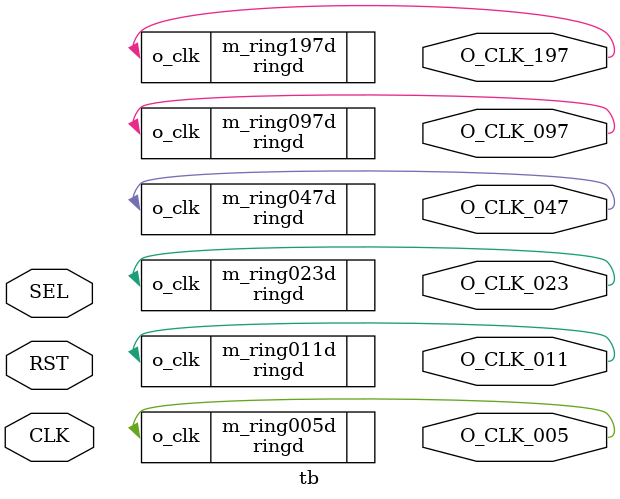
<source format=v>
`default_nettype none
`timescale 1ns/1ps

  module tb
  (
   input        CLK,
   input        RST,
   input [5:0]  SEL,

   output       O_CLK_005,
   output       O_CLK_011,
   output       O_CLK_023,
   output       O_CLK_047,
   output       O_CLK_097,
   output       O_CLK_197
  );

   initial begin
      $dumpfile ("tb.vcd");
      $dumpvars (0, tb);
      #1;
   end

   ringd #( .pSTAGES(   5 ) ) m_ring005d( .o_clk( O_CLK_005 ) );
   ringd #( .pSTAGES(  11 ) ) m_ring011d( .o_clk( O_CLK_011 ) );
   ringd #( .pSTAGES(  23 ) ) m_ring023d( .o_clk( O_CLK_023 ) );
   ringd #( .pSTAGES(  47 ) ) m_ring047d( .o_clk( O_CLK_047 ) );
   ringd #( .pSTAGES(  97 ) ) m_ring097d( .o_clk( O_CLK_097 ) );
   ringd #( .pSTAGES( 197 ) ) m_ring197d( .o_clk( O_CLK_197 ) );

endmodule

</source>
